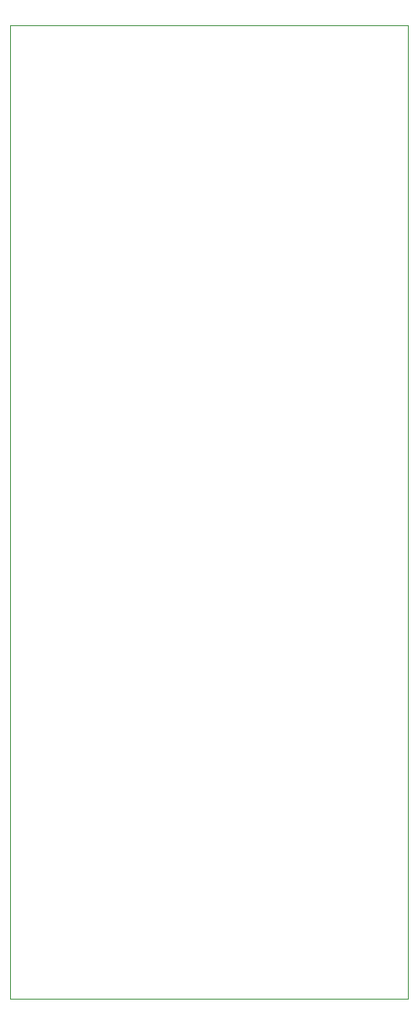
<source format=gbr>
%TF.GenerationSoftware,KiCad,Pcbnew,7.0.8*%
%TF.CreationDate,2024-01-30T16:00:28+08:00*%
%TF.ProjectId,esp32_temperature_controller,65737033-325f-4746-956d-706572617475,rev?*%
%TF.SameCoordinates,PX50e7ea0PY815a420*%
%TF.FileFunction,Profile,NP*%
%FSLAX46Y46*%
G04 Gerber Fmt 4.6, Leading zero omitted, Abs format (unit mm)*
G04 Created by KiCad (PCBNEW 7.0.8) date 2024-01-30 16:00:28*
%MOMM*%
%LPD*%
G01*
G04 APERTURE LIST*
%TA.AperFunction,Profile*%
%ADD10C,0.100000*%
%TD*%
G04 APERTURE END LIST*
D10*
X0Y97934000D02*
X40000000Y97934000D01*
X40000000Y0D01*
X0Y0D01*
X0Y97934000D01*
M02*

</source>
